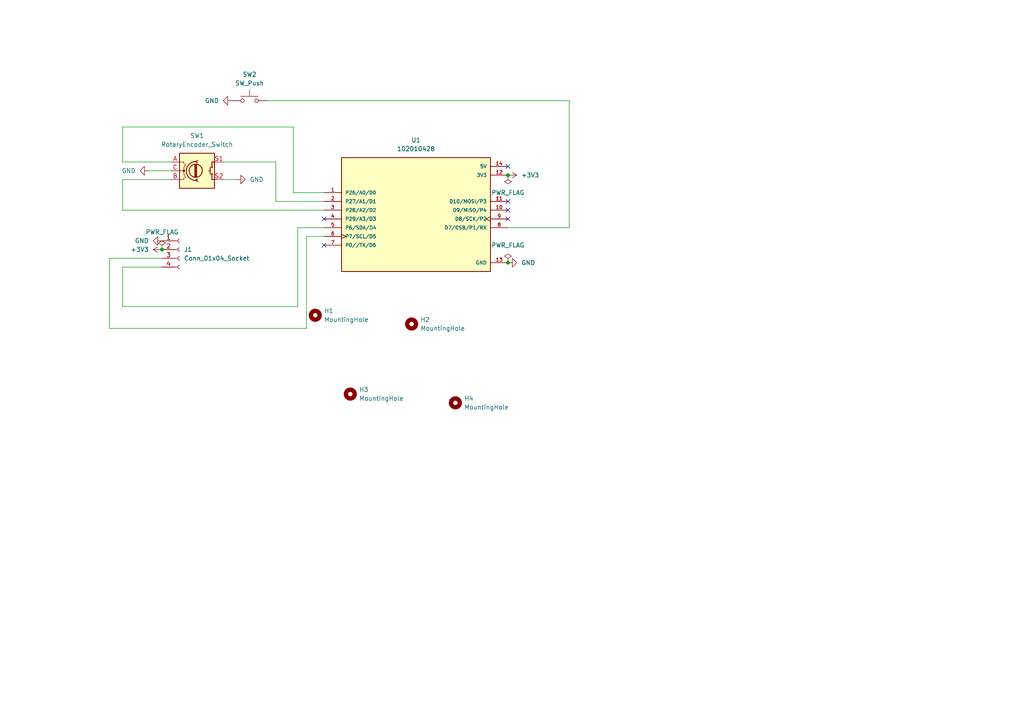
<source format=kicad_sch>
(kicad_sch (version 20250114) (generator "eeschema") (generator_version "9.0")
  (paper "A4")
  (lib_symbols
    (symbol "102010428:102010428" (pin_names (offset 1.016))
      (property "Reference" "U" (at -22.86 17.78 0))
      (property "Value" "102010428" (at -22.86 -17.78 0))
      (symbol "102010428_0_0"
        (rectangle (start -22.86 -15.24) (end 20.32 17.78) (stroke (width 0.254)) (fill (type background)))
        (pin bidirectional line (at -27.94 7.62 0) (length 5.08) (name "P26/A0/D0") (number "1"))
        (pin bidirectional line (at -27.94 5.08 0) (length 5.08) (name "P27/A1/D1") (number "2"))
        (pin bidirectional line (at -27.94 2.54 0) (length 5.08) (name "P28/A2/D2") (number "3"))
        (pin bidirectional line (at -27.94 0 0) (length 5.08) (name "P29/A3/D3") (number "4"))
        (pin bidirectional line (at -27.94 -2.54 0) (length 5.08) (name "P6/SDA/D4") (number "5"))
        (pin bidirectional clock (at -27.94 -5.08 0) (length 5.08) (name "P7/SCL/D5") (number "6"))
        (pin bidirectional line (at -27.94 -7.62 0) (length 5.08) (name "P0//TX/D6") (number "7"))
        (pin power_in line (at 25.4 15.24 180) (length 5.08) (name "5V") (number "14"))
        (pin power_in line (at 25.4 12.7 180) (length 5.08) (name "3V3") (number "12"))
        (pin bidirectional line (at 25.4 5.08 180) (length 5.08) (name "D10/MOSI/P3") (number "11"))
        (pin bidirectional line (at 25.4 2.54 180) (length 5.08) (name "D9/MISO/P4") (number "10"))
        (pin bidirectional clock (at 25.4 0 180) (length 5.08) (name "D8/SCK/P2") (number "9"))
        (pin bidirectional line (at 25.4 -2.54 180) (length 5.08) (name "D7/CSB/P1/RX") (number "8"))
        (pin power_in line (at 25.4 -12.7 180) (length 5.08) (name "GND") (number "13"))
      )
    )
    (symbol "Connector:Conn_01x04_Socket" (pin_names (offset 1.016) (hide yes))
      (property "Reference" "J" (at 0 5.08 0))
      (property "Value" "Conn_01x04_Socket" (at 0 -7.62 0))
      (symbol "Conn_01x04_Socket_1_1"
        (polyline (pts (xy -1.27 2.54) (xy -0.508 2.54)) (stroke (width 0.1524)))
        (polyline (pts (xy -1.27 0) (xy -0.508 0)) (stroke (width 0.1524)))
        (polyline (pts (xy -1.27 -2.54) (xy -0.508 -2.54)) (stroke (width 0.1524)))
        (polyline (pts (xy -1.27 -5.08) (xy -0.508 -5.08)) (stroke (width 0.1524)))
        (arc (start 0 2.032) (mid -0.5058 2.54) (end 0 3.048) (stroke (width 0.1524)))
        (arc (start 0 -0.508) (mid -0.5058 0) (end 0 0.508) (stroke (width 0.1524)))
        (arc (start 0 -3.048) (mid -0.5058 -2.54) (end 0 -2.032) (stroke (width 0.1524)))
        (arc (start 0 -5.588) (mid -0.5058 -5.08) (end 0 -4.572) (stroke (width 0.1524)))
        (pin passive line (at -5.08 2.54 0) (length 3.81) (name "Pin_1") (number "1"))
        (pin passive line (at -5.08 0 0) (length 3.81) (name "Pin_2") (number "2"))
        (pin passive line (at -5.08 -2.54 0) (length 3.81) (name "Pin_3") (number "3"))
        (pin passive line (at -5.08 -5.08 0) (length 3.81) (name "Pin_4") (number "4"))
      )
    )
    (symbol "Device:RotaryEncoder_Switch" (pin_names (offset 0.254) (hide yes))
      (property "Reference" "SW" (at 0 6.604 0))
      (property "Value" "RotaryEncoder_Switch" (at 0 -6.604 0))
      (symbol "RotaryEncoder_Switch_0_1"
        (rectangle (start -5.08 5.08) (end 5.08 -5.08) (stroke (width 0.254)) (fill (type background)))
        (polyline (pts (xy -5.08 2.54) (xy -3.81 2.54) (xy -3.81 2.032)))
        (polyline (pts (xy -5.08 0) (xy -3.81 0) (xy -3.81 -1.016) (xy -3.302 -2.032)))
        (polyline (pts (xy -5.08 -2.54) (xy -3.81 -2.54) (xy -3.81 -2.032)))
        (polyline (pts (xy -4.318 0) (xy -3.81 0) (xy -3.81 1.016) (xy -3.302 2.032)))
        (circle (center -3.81 0) (radius 0.254) (fill (type outline)))
        (polyline (pts (xy -0.635 -1.778) (xy -0.635 1.778)) (stroke (width 0.254)))
        (circle (center -0.381 0) (radius 1.905) (stroke (width 0.254)))
        (polyline (pts (xy -0.381 -1.778) (xy -0.381 1.778)) (stroke (width 0.254)))
        (arc (start -0.381 -2.794) (mid -3.0988 -0.0635) (end -0.381 2.667) (stroke (width 0.254)))
        (polyline (pts (xy -0.127 1.778) (xy -0.127 -1.778)) (stroke (width 0.254)))
        (polyline (pts (xy 0.254 2.921) (xy -0.508 2.667) (xy 0.127 2.286)) (stroke (width 0.254)))
        (polyline (pts (xy 0.254 -3.048) (xy -0.508 -2.794) (xy 0.127 -2.413)) (stroke (width 0.254)))
        (polyline (pts (xy 3.81 1.016) (xy 3.81 -1.016)) (stroke (width 0.254)))
        (polyline (pts (xy 3.81 0) (xy 3.429 0)) (stroke (width 0.254)))
        (circle (center 4.318 1.016) (radius 0.127) (stroke (width 0.254)))
        (circle (center 4.318 -1.016) (radius 0.127) (stroke (width 0.254)))
        (polyline (pts (xy 5.08 2.54) (xy 4.318 2.54) (xy 4.318 1.016)) (stroke (width 0.254)))
        (polyline (pts (xy 5.08 -2.54) (xy 4.318 -2.54) (xy 4.318 -1.016)) (stroke (width 0.254)))
      )
      (symbol "RotaryEncoder_Switch_1_1"
        (pin passive line (at -7.62 2.54 0) (length 2.54) (name "A") (number "A"))
        (pin passive line (at -7.62 0 0) (length 2.54) (name "C") (number "C"))
        (pin passive line (at -7.62 -2.54 0) (length 2.54) (name "B") (number "B"))
        (pin passive line (at 7.62 2.54 180) (length 2.54) (name "S1") (number "S1"))
        (pin passive line (at 7.62 -2.54 180) (length 2.54) (name "S2") (number "S2"))
      )
    )
    (symbol "Mechanical:MountingHole" (pin_names (offset 1.016)) (in_bom no)
      (property "Reference" "H" (at 0 5.08 0))
      (property "Value" "MountingHole" (at 0 3.175 0))
      (symbol "MountingHole_0_1"
        (circle (center 0 0) (radius 1.27) (stroke (width 1.27)))
      )
    )
    (symbol "Switch:SW_Push" (pin_numbers (hide yes)) (pin_names (offset 1.016) (hide yes))
      (property "Reference" "SW" (at 1.27 2.54 0))
      (property "Value" "SW_Push" (at 0 -1.524 0))
      (symbol "SW_Push_0_1"
        (circle (center -2.032 0) (radius 0.508))
        (polyline (pts (xy 0 1.27) (xy 0 3.048)))
        (circle (center 2.032 0) (radius 0.508))
        (polyline (pts (xy 2.54 1.27) (xy -2.54 1.27)))
        (pin passive line (at -5.08 0 0) (length 2.54) (name "1") (number "1"))
        (pin passive line (at 5.08 0 180) (length 2.54) (name "2") (number "2"))
      )
    )
    (symbol "power:+3V3" (power) (pin_numbers (hide yes)) (pin_names (offset 0) (hide yes))
      (property "Value" "+3V3" (at 0 3.556 0))
      (symbol "+3V3_0_1"
        (polyline (pts (xy -0.762 1.27) (xy 0 2.54)))
        (polyline (pts (xy 0 2.54) (xy 0.762 1.27)))
        (polyline (pts (xy 0 0) (xy 0 2.54)))
      )
      (symbol "+3V3_1_1"
        (pin power_in line (at 0 0 90) (length 0) (name "~") (number "1"))
      )
    )
    (symbol "power:GND" (power) (pin_numbers (hide yes)) (pin_names (offset 0) (hide yes))
      (property "Value" "GND" (at 0 -3.81 0))
      (symbol "GND_0_1"
        (polyline (pts (xy 0 0) (xy 0 -1.27) (xy 1.27 -1.27) (xy 0 -2.54) (xy -1.27 -1.27) (xy 0 -1.27)))
      )
      (symbol "GND_1_1"
        (pin power_in line (at 0 0 270) (length 0) (name "~") (number "1"))
      )
    )
    (symbol "power:PWR_FLAG" (power) (pin_numbers (hide yes)) (pin_names (offset 0) (hide yes))
      (property "Value" "PWR_FLAG" (at 0 3.81 0))
      (symbol "PWR_FLAG_0_0"
        (pin power_out line (at 0 0 90) (length 0) (name "~") (number "1"))
      )
      (symbol "PWR_FLAG_0_1"
        (polyline (pts (xy 0 0) (xy 0 1.27) (xy -1.016 1.905) (xy 0 2.54) (xy 1.016 1.905) (xy 0 1.27)))
      )
    )
  )
  (junction (at 147.32 50.8))
  (junction (at 46.99 72.39))
  (junction (at 147.32 76.2))
  (no_connect (at 93.98 71.12))
  (no_connect (at 147.32 48.26))
  (no_connect (at 147.32 60.96))
  (no_connect (at 147.32 63.5))
  (no_connect (at 93.98 63.5))
  (no_connect (at 147.32 58.42))
  (wire (pts (xy 77.47 29.21) (xy 165.1 29.21)))
  (wire (pts (xy 31.75 95.25) (xy 88.9 95.25)))
  (wire (pts (xy 64.77 52.07) (xy 68.58 52.07)))
  (wire (pts (xy 35.56 77.47) (xy 35.56 88.9)))
  (wire (pts (xy 46.99 77.47) (xy 35.56 77.47)))
  (wire (pts (xy 31.75 74.93) (xy 31.75 95.25)))
  (wire (pts (xy 49.53 52.07) (xy 35.56 52.07)))
  (wire (pts (xy 88.9 68.58) (xy 93.98 68.58)))
  (wire (pts (xy 86.36 88.9) (xy 86.36 66.04)))
  (wire (pts (xy 35.56 36.83) (xy 85.09 36.83)))
  (wire (pts (xy 35.56 46.99) (xy 35.56 36.83)))
  (wire (pts (xy 147.32 66.04) (xy 165.1 66.04)))
  (wire (pts (xy 49.53 49.53) (xy 43.18 49.53)))
  (wire (pts (xy 85.09 55.88) (xy 93.98 55.88)))
  (wire (pts (xy 86.36 66.04) (xy 93.98 66.04)))
  (wire (pts (xy 49.53 46.99) (xy 35.56 46.99)))
  (wire (pts (xy 64.77 46.99) (xy 80.01 46.99)))
  (wire (pts (xy 35.56 88.9) (xy 86.36 88.9)))
  (wire (pts (xy 165.1 29.21) (xy 165.1 66.04)))
  (wire (pts (xy 46.99 74.93) (xy 31.75 74.93)))
  (wire (pts (xy 88.9 95.25) (xy 88.9 68.58)))
  (wire (pts (xy 85.09 36.83) (xy 85.09 55.88)))
  (wire (pts (xy 80.01 58.42) (xy 93.98 58.42)))
  (wire (pts (xy 35.56 52.07) (xy 35.56 60.96)))
  (wire (pts (xy 80.01 46.99) (xy 80.01 58.42)))
  (wire (pts (xy 35.56 60.96) (xy 93.98 60.96)))
  (symbol (lib_id "power:GND") (at 147.32 76.2 90) (unit 1)
    (property "Reference" "#PWR01" (effects (hide yes)))
    (property "Value" "GND" (at 151.13 76.1999 90) (effects (justify right)))
    (property "Description" "Power symbol creates a global label with name \"GND\" , ground" (effects (hide yes)))
  )
  (symbol (lib_id "102010428:102010428") (at 121.92 63.5 0) (unit 1)
    (property "Reference" "U1" (at 120.65 40.64 0))
    (property "Value" "102010428" (at 120.65 43.18 0))
    (property "Footprint" "xiao:XIAO-through-hole" (effects (hide yes)))
    (property "DigiKey_Part_Number" "1597-102010428-ND" (effects (hide yes)))
    (property "SnapEDA_Link" "https://www.snapeda.com/parts/102010428/Seeed+Studio/view-part/?ref=snap" (effects (hide yes)))
    (property "MAXIMUM_PACKAGE_HEIGHT" "N/A" (effects (hide yes)))
    (property "Package" "None" (effects (hide yes)))
    (property "Check_prices" "https://www.snapeda.com/parts/102010428/Seeed+Studio/view-part/?ref=eda" (effects (hide yes)))
    (property "STANDARD" "Manufacturer Recommendations" (effects (hide yes)))
    (property "PARTREV" "1.3" (effects (hide yes)))
    (property "MF" "Seeed Technology Co., Ltd" (effects (hide yes)))
    (property "MP" "102010428" (effects (hide yes)))
    (property "Description_1" "RP2040 XIAO RP2040 series ARM® Cortex®-M0+ MCU 32-Bit Embedded Evaluation Board" (effects (hide yes)))
    (property "MANUFACTURER" "Seeedstudio" (effects (hide yes)))
  )
  (symbol (lib_id "power:GND") (at 43.18 49.53 270) (unit 1)
    (property "Reference" "#PWR04" (effects (hide yes)))
    (property "Value" "GND" (at 39.37 49.5299 90) (effects (justify right)))
    (property "Description" "Power symbol creates a global label with name \"GND\" , ground" (effects (hide yes)))
  )
  (symbol (lib_id "Mechanical:MountingHole") (at 119.38 93.98 0) (unit 1) (in_bom no)
    (property "Reference" "H2" (at 121.92 92.7099 0) (effects (justify left)))
    (property "Value" "MountingHole" (at 121.92 95.2499 0) (effects (justify left)))
    (property "Footprint" "MountingHole:MountingHole_2.7mm_M2.5" (effects (hide yes)))
    (property "Description" "Mounting Hole without connection" (effects (hide yes)))
  )
  (symbol (lib_id "Mechanical:MountingHole") (at 91.44 91.44 0) (unit 1) (in_bom no)
    (property "Reference" "H1" (at 93.98 90.1699 0) (effects (justify left)))
    (property "Value" "MountingHole" (at 93.98 92.7099 0) (effects (justify left)))
    (property "Footprint" "MountingHole:MountingHole_2.7mm_M2.5" (effects (hide yes)))
    (property "Description" "Mounting Hole without connection" (effects (hide yes)))
  )
  (symbol (lib_id "Connector:Conn_01x04_Socket") (at 52.07 72.39 0) (unit 1)
    (property "Reference" "J1" (at 53.34 72.3899 0) (effects (justify left)))
    (property "Value" "Conn_01x04_Socket" (at 53.34 74.9299 0) (effects (justify left)))
    (property "Footprint" "oled:SSD1306-0.91-OLED-4pin-128x32" (effects (hide yes)))
    (property "Description" "Generic connector, single row, 01x04, script generated" (effects (hide yes)))
  )
  (symbol (lib_id "Switch:SW_Push") (at 72.39 29.21 0) (unit 1)
    (property "Reference" "SW2" (at 72.39 21.59 0))
    (property "Value" "SW_Push" (at 72.39 24.13 0))
    (property "Footprint" "Button_Switch_Keyboard:SW_Cherry_MX_1.00u_PCB" (effects (hide yes)))
    (property "Description" "Push button switch, generic, two pins" (effects (hide yes)))
  )
  (symbol (lib_id "power:GND") (at 67.31 29.21 270) (unit 1)
    (property "Reference" "#PWR03" (effects (hide yes)))
    (property "Value" "GND" (at 63.5 29.2099 90) (effects (justify right)))
    (property "Description" "Power symbol creates a global label with name \"GND\" , ground" (effects (hide yes)))
  )
  (symbol (lib_id "power:GND") (at 46.99 69.85 270) (unit 1)
    (property "Reference" "#PWR05" (effects (hide yes)))
    (property "Value" "GND" (at 43.18 69.8499 90) (effects (justify right)))
    (property "Description" "Power symbol creates a global label with name \"GND\" , ground" (effects (hide yes)))
  )
  (symbol (lib_id "power:+3V3") (at 147.32 50.8 270) (unit 1)
    (property "Reference" "#PWR08" (effects (hide yes)))
    (property "Value" "+3V3" (at 151.13 50.7999 90) (effects (justify left)))
    (property "Description" "Power symbol creates a global label with name \"+3V3\"" (effects (hide yes)))
  )
  (symbol (lib_id "Device:RotaryEncoder_Switch") (at 57.15 49.53 0) (unit 1)
    (property "Reference" "SW1" (at 57.15 39.37 0))
    (property "Value" "RotaryEncoder_Switch" (at 57.15 41.91 0))
    (property "Footprint" "rotary:RotaryEncoder_Alps_EC11E-Switch_Vertical_H20mm" (effects (hide yes)))
    (property "Description" "Rotary encoder, dual channel, incremental quadrate outputs, with switch" (effects (hide yes)))
  )
  (symbol (lib_id "power:PWR_FLAG") (at 147.32 76.2 0) (unit 1)
    (property "Reference" "#FLG02" (effects (hide yes)))
    (property "Value" "PWR_FLAG" (at 147.32 71.12 0))
    (property "Description" "Special symbol for telling ERC where power comes from" (effects (hide yes)))
  )
  (symbol (lib_id "power:PWR_FLAG") (at 147.32 50.8 180) (unit 1)
    (property "Reference" "#FLG04" (effects (hide yes)))
    (property "Value" "PWR_FLAG" (at 147.32 55.88 0))
    (property "Description" "Special symbol for telling ERC where power comes from" (effects (hide yes)))
  )
  (symbol (lib_id "power:+3V3") (at 46.99 72.39 90) (unit 1)
    (property "Reference" "#PWR06" (effects (hide yes)))
    (property "Value" "+3V3" (at 43.18 72.3899 90) (effects (justify left)))
    (property "Description" "Power symbol creates a global label with name \"+3V3\"" (effects (hide yes)))
  )
  (symbol (lib_id "power:PWR_FLAG") (at 46.99 72.39 0) (unit 1)
    (property "Reference" "#FLG01" (effects (hide yes)))
    (property "Value" "PWR_FLAG" (at 46.99 67.31 0))
    (property "Description" "Special symbol for telling ERC where power comes from" (effects (hide yes)))
  )
  (symbol (lib_id "Mechanical:MountingHole") (at 132.08 116.84 0) (unit 1) (in_bom no)
    (property "Reference" "H4" (at 134.62 115.5699 0) (effects (justify left)))
    (property "Value" "MountingHole" (at 134.62 118.1099 0) (effects (justify left)))
    (property "Footprint" "MountingHole:MountingHole_2.7mm_M2.5" (effects (hide yes)))
    (property "Description" "Mounting Hole without connection" (effects (hide yes)))
  )
  (symbol (lib_id "Mechanical:MountingHole") (at 101.6 114.3 0) (unit 1) (in_bom no)
    (property "Reference" "H3" (at 104.14 113.0299 0) (effects (justify left)))
    (property "Value" "MountingHole" (at 104.14 115.5699 0) (effects (justify left)))
    (property "Footprint" "MountingHole:MountingHole_2.7mm_M2.5" (effects (hide yes)))
    (property "Description" "Mounting Hole without connection" (effects (hide yes)))
  )
  (symbol (lib_id "power:GND") (at 68.58 52.07 90) (unit 1)
    (property "Reference" "#PWR07" (effects (hide yes)))
    (property "Value" "GND" (at 72.39 52.0699 90) (effects (justify right)))
    (property "Description" "Power symbol creates a global label with name \"GND\" , ground" (effects (hide yes)))
  )
)
</source>
